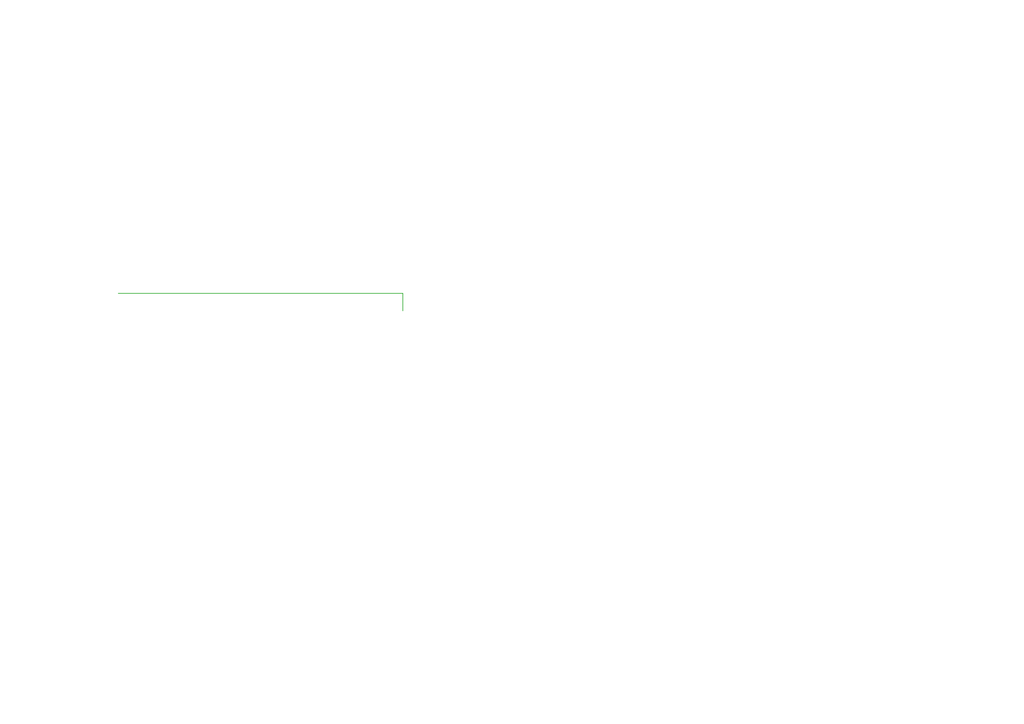
<source format=kicad_sch>
(kicad_sch
	(version 20250114)
	(generator "eeschema")
	(generator_version "9.0")
	(uuid "006089c7-9fbf-409d-b567-e777485c04bc")
	(paper "A4")
	(lib_symbols)
	(wire
		(pts
			(xy 116.84 85.09) (xy 116.84 90.17)
		)
		(stroke
			(width 0)
			(type default)
		)
		(uuid "26ad13dd-2455-40c5-9ac9-3b3805694aad")
	)
	(wire
		(pts
			(xy 34.29 85.09) (xy 116.84 85.09)
		)
		(stroke
			(width 0)
			(type default)
		)
		(uuid "3c4b373a-a398-48c2-ba65-ae513c96af81")
	)
)

</source>
